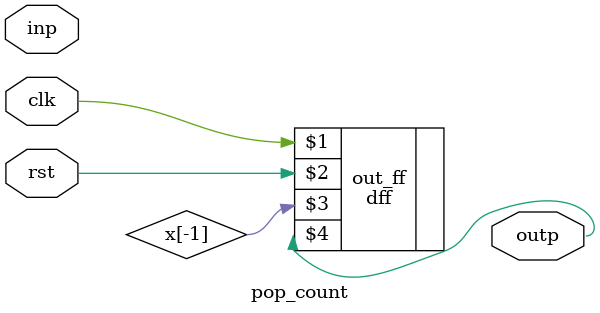
<source format=v>
/*  Basic population count for up to 128 bits. Could easily be extended to
 *  any power of two.
 * 
 *  Copyright (c) 2016, Stephen Longfield, stephenlongfield.com
 * 
 *  This program is free software: you can redistribute it and/or modify
 *  it under the terms of the GNU General Public License as published by
 *  the Free Software Foundation, either version 3 of the License, or
 *  (at your option) any later version.
 *
 *  This program is distributed in the hope that it will be useful,
 *  but WITHOUT ANY WARRANTY; without even the implied warranty of
 *  MERCHANTABILITY or FITNESS FOR A PARTICULAR PURPOSE.  See the
 *  GNU General Public License for more details.
 *
 *  You should have received a copy of the GNU General Public License
 *  along with this program.  If not, see <http://www.gnu.org/licenses/>.
 *
 */

`ifndef CENSUS_POP_COUNT_V_
`define CENSUS_POP_COUNT_V_

`timescale 1ns/1ps

`include "dff.v"

// pop_count computes the population count of the input.
module pop_count#(
  parameter WIDTH=1
  ) (
    input wire clk,
    input wire rst,

    input wire  [WIDTH-1:0] inp,
    output wire [WIDTH-1:0] outp
  );

  // Binary 010101010...
  localparam m1   = 128'h55555555555555555555555555555555;
  // Binary 0011001100...
  localparam m2   = 128'h33333333333333333333333333333333;
  // Binary 000011110000..
  localparam m4   = 128'h0f0f0f0f0f0f0f0f0f0f0f0f0f0f0f0f;
  // Binary 0000000011111111...
  localparam m8   = 128'h00ff00ff00ff00ff00ff00ff00ff00ff;
  // And so on.
  localparam m16  = 128'h0000ffff0000ffff0000ffff0000ffff;
  localparam m32  = 128'h00000000ffffffff00000000ffffffff;
  localparam m64  = 128'h0000000000000000ffffffffffffffff;

  // Need to turn off of this lint check due to long-standing Veriloator bug#63.
  /* verilator lint_off UNOPTFLAT */
  wire [WIDTH-1:0] x[$clog2(WIDTH)];

  dff#(.WIDTH(WIDTH)) out_ff(clk, rst, x[$clog2(WIDTH)-1], outp);

  assign x[0] = (inp & m1[WIDTH-1:0]) + ((inp >> 1) & m1[WIDTH-1:0]);

  // This sequence of shifts and additions creates a simple unpipelined tree adder.
  // TODO(slongfield): Make this generated by a separate script.
  generate
  if ($clog2(WIDTH) >= 2) begin
    assign x[1] = (x[0] & m2[WIDTH-1:0]) + ((x[0] >> 2) & m2[WIDTH-1:0]);  
  end
  if ($clog2(WIDTH) >= 3) begin
    assign x[2] = (x[1] & m4[WIDTH-1:0]) + ((x[1] >> 4) & m4[WIDTH-1:0]);  
  end
  if ($clog2(WIDTH) >= 4) begin
    assign x[3] = (x[2] & m8[WIDTH-1:0]) + ((x[2] >> 8) & m8[WIDTH-1:0]);  
  end
  if ($clog2(WIDTH) >= 5) begin
    assign x[4] = (x[3] & m16[WIDTH-1:0]) + ((x[3] >> 16) & m16[WIDTH-1:0]);  
  end
  if ($clog2(WIDTH) >= 6) begin
    assign x[5] = (x[4] & m32[WIDTH-1:0]) + ((x[4] >> 32) & m32[WIDTH-1:0]);  
  end
  if ($clog2(WIDTH) >= 7) begin
    assign x[6] = (x[5] & m64[WIDTH-1:0]) + ((x[5] >> 64) & m64[WIDTH-1:0]);  
  end
  if ($clog2(WIDTH) > 7) begin
    initial begin
      assert(0); // Cannot handle widths larger than 128.
    end
  end
  endgenerate
  /* verilator lint_on UNOPTFLAT */
endmodule

`endif // CENSUS_POP_COUNT_V_

</source>
